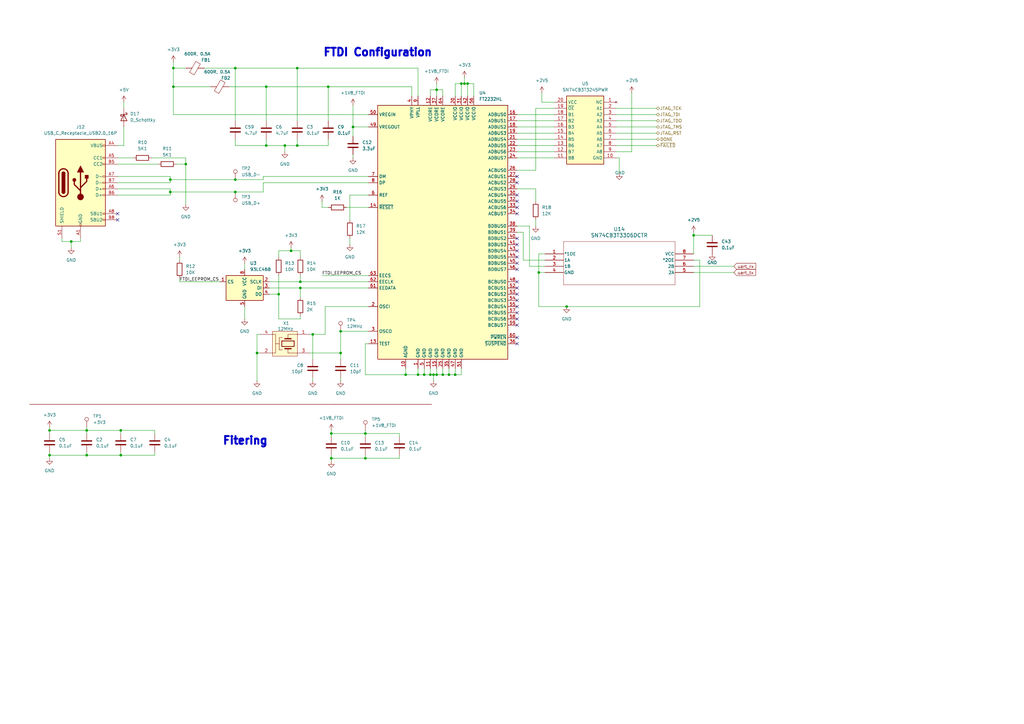
<source format=kicad_sch>
(kicad_sch (version 20250114) (generator "eeschema") (generator_version "9.0")
  (paper "A3")
  (title_block (title "SoM Programmer & Tester") (date "2024-12-20") (rev "0.1") (company "Technische Hochschule Köln") (comment 1 "Felix Sebastian Nitz"))
  (lib_symbols
    (symbol "Connector:TestPoint" (pin_numbers (hide yes)) (pin_names (offset 0.762) (hide yes))
      (property "Reference" "TP" (at 0 6.858 0))
      (property "Value" "TestPoint" (at 0 5.08 0))
      (symbol "TestPoint_1_1"
        (pin passive line (at 0 0 90) (length 2.54) (name "1") (number "1"))
      )
    )
    (symbol "Connector:USB_C_Receptacle_USB2.0_16P" (pin_names (offset 1.016))
      (property "Reference" "J" (at 0 22.225 0))
      (property "Value" "USB_C_Receptacle_USB2.0_16P" (at 0 19.685 0))
      (symbol "USB_C_Receptacle_USB2.0_16P_1_1"
        (pin passive line (at -7.62 -22.86 90) (length 5.08) (name "SHIELD") (number "S1"))
        (pin passive line (at 0 -22.86 90) (length 5.08) (name "GND") (number "A1"))
        (pin passive line (at 0 -22.86 90) (length 5.08) (hide yes) (name "GND") (number "A12"))
        (pin passive line (at 0 -22.86 90) (length 5.08) (hide yes) (name "GND") (number "B1"))
        (pin passive line (at 0 -22.86 90) (length 5.08) (hide yes) (name "GND") (number "B12"))
        (pin passive line (at 15.24 15.24 180) (length 5.08) (name "VBUS") (number "A4"))
        (pin passive line (at 15.24 15.24 180) (length 5.08) (hide yes) (name "VBUS") (number "A9"))
        (pin passive line (at 15.24 15.24 180) (length 5.08) (hide yes) (name "VBUS") (number "B4"))
        (pin passive line (at 15.24 15.24 180) (length 5.08) (hide yes) (name "VBUS") (number "B9"))
        (pin bidirectional line (at 15.24 10.16 180) (length 5.08) (name "CC1") (number "A5"))
        (pin bidirectional line (at 15.24 7.62 180) (length 5.08) (name "CC2") (number "B5"))
        (pin bidirectional line (at 15.24 2.54 180) (length 5.08) (name "D-") (number "A7"))
        (pin bidirectional line (at 15.24 0 180) (length 5.08) (name "D-") (number "B7"))
        (pin bidirectional line (at 15.24 -2.54 180) (length 5.08) (name "D+") (number "A6"))
        (pin bidirectional line (at 15.24 -5.08 180) (length 5.08) (name "D+") (number "B6"))
        (pin bidirectional line (at 15.24 -12.7 180) (length 5.08) (name "SBU1") (number "A8"))
        (pin bidirectional line (at 15.24 -15.24 180) (length 5.08) (name "SBU2") (number "B8"))
      )
    )
    (symbol "Device:C" (pin_numbers (hide yes)) (pin_names (offset 0.254))
      (property "Reference" "C" (at 0.635 2.54 0))
      (property "Value" "C" (at 0.635 -2.54 0))
      (symbol "C_1_1"
        (pin passive line (at 0 3.81 270) (length 2.794) (name "~") (number "1"))
        (pin passive line (at 0 -3.81 90) (length 2.794) (name "~") (number "2"))
      )
    )
    (symbol "Device:D_Schottky" (pin_numbers (hide yes)) (pin_names (offset 1.016) (hide yes))
      (property "Reference" "D" (at 0 2.54 0))
      (property "Value" "D_Schottky" (at 0 -2.54 0))
      (symbol "D_Schottky_1_1"
        (pin passive line (at -3.81 0 0) (length 2.54) (name "K") (number "1"))
        (pin passive line (at 3.81 0 180) (length 2.54) (name "A") (number "2"))
      )
    )
    (symbol "Device:FerriteBead" (pin_numbers (hide yes)) (pin_names (offset 0))
      (property "Reference" "FB" (at -3.81 0.635 90))
      (property "Value" "FerriteBead" (at 3.81 0 90))
      (symbol "FerriteBead_1_1"
        (pin passive line (at 0 3.81 270) (length 2.54) (name "~") (number "1"))
        (pin passive line (at 0 -3.81 90) (length 2.54) (name "~") (number "2"))
      )
    )
    (symbol "Device:R" (pin_numbers (hide yes)) (pin_names (offset 0))
      (property "Reference" "R" (at 2.032 0 90))
      (property "Value" "R" (at 0 0 90))
      (symbol "R_1_1"
        (pin passive line (at 0 3.81 270) (length 1.27) (name "~") (number "1"))
        (pin passive line (at 0 -3.81 90) (length 1.27) (name "~") (number "2"))
      )
    )
    (symbol "Interface_USB:FT2232HL"
      (property "Reference" "U" (at -26.67 53.34 0))
      (property "Value" "FT2232HL" (at 19.05 53.34 0))
      (symbol "FT2232HL_1_1"
        (pin power_in line (at -30.48 48.26 0) (length 3.81) (name "VREGIN") (number "50"))
        (pin power_out line (at -30.48 43.18 0) (length 3.81) (name "VREGOUT") (number "49"))
        (pin bidirectional line (at -30.48 22.86 0) (length 3.81) (name "DM") (number "7"))
        (pin bidirectional line (at -30.48 20.32 0) (length 3.81) (name "DP") (number "8"))
        (pin output line (at -30.48 15.24 0) (length 3.81) (name "REF") (number "6"))
        (pin input line (at -30.48 10.16 0) (length 3.81) (name "~{RESET}") (number "14"))
        (pin output line (at -30.48 -17.78 0) (length 3.81) (name "EECS") (number "63"))
        (pin output line (at -30.48 -20.32 0) (length 3.81) (name "EECLK") (number "62"))
        (pin bidirectional line (at -30.48 -22.86 0) (length 3.81) (name "EEDATA") (number "61"))
        (pin input line (at -30.48 -30.48 0) (length 3.81) (name "OSCI") (number "2"))
        (pin output line (at -30.48 -40.64 0) (length 3.81) (name "OSCO") (number "3"))
        (pin input line (at -30.48 -45.72 0) (length 3.81) (name "TEST") (number "13"))
        (pin power_in line (at -15.24 -55.88 90) (length 3.81) (name "AGND") (number "10"))
        (pin power_in line (at -12.7 55.88 270) (length 3.81) (name "VPHY") (number "4"))
        (pin input line (at -10.16 55.88 270) (length 3.81) (name "VPLL") (number "9"))
        (pin power_in line (at -10.16 -55.88 90) (length 3.81) (name "GND") (number "1"))
        (pin power_in line (at -7.62 -55.88 90) (length 3.81) (name "GND") (number "5"))
        (pin power_in line (at -5.08 55.88 270) (length 3.81) (name "VCORE") (number "12"))
        (pin power_in line (at -5.08 -55.88 90) (length 3.81) (name "GND") (number "11"))
        (pin power_in line (at -2.54 55.88 270) (length 3.81) (name "VCORE") (number "37"))
        (pin power_in line (at -2.54 -55.88 90) (length 3.81) (name "GND") (number "15"))
        (pin power_in line (at 0 55.88 270) (length 3.81) (name "VCORE") (number "64"))
        (pin power_in line (at 0 -55.88 90) (length 3.81) (name "GND") (number "25"))
        (pin power_in line (at 2.54 -55.88 90) (length 3.81) (name "GND") (number "35"))
        (pin power_in line (at 5.08 55.88 270) (length 3.81) (name "VCCIO") (number "20"))
        (pin power_in line (at 5.08 -55.88 90) (length 3.81) (name "GND") (number "47"))
        (pin power_in line (at 7.62 55.88 270) (length 3.81) (name "VCCIO") (number "31"))
        (pin power_in line (at 7.62 -55.88 90) (length 3.81) (name "GND") (number "51"))
        (pin power_in line (at 10.16 55.88 270) (length 3.81) (name "VCCIO") (number "42"))
        (pin power_in line (at 12.7 55.88 270) (length 3.81) (name "VCCIO") (number "56"))
        (pin bidirectional line (at 30.48 48.26 180) (length 3.81) (name "ADBUS0") (number "16"))
        (pin bidirectional line (at 30.48 45.72 180) (length 3.81) (name "ADBUS1") (number "17"))
        (pin bidirectional line (at 30.48 43.18 180) (length 3.81) (name "ADBUS2") (number "18"))
        (pin bidirectional line (at 30.48 40.64 180) (length 3.81) (name "ADBUS3") (number "19"))
        (pin bidirectional line (at 30.48 38.1 180) (length 3.81) (name "ADBUS4") (number "21"))
        (pin bidirectional line (at 30.48 35.56 180) (length 3.81) (name "ADBUS5") (number "22"))
        (pin bidirectional line (at 30.48 33.02 180) (length 3.81) (name "ADBUS6") (number "23"))
        (pin bidirectional line (at 30.48 30.48 180) (length 3.81) (name "ADBUS7") (number "24"))
        (pin bidirectional line (at 30.48 25.4 180) (length 3.81) (name "ACBUS0") (number "26"))
        (pin bidirectional line (at 30.48 22.86 180) (length 3.81) (name "ACBUS1") (number "27"))
        (pin bidirectional line (at 30.48 20.32 180) (length 3.81) (name "ACBUS2") (number "28"))
        (pin bidirectional line (at 30.48 17.78 180) (length 3.81) (name "ACBUS3") (number "29"))
        (pin bidirectional line (at 30.48 15.24 180) (length 3.81) (name "ACBUS4") (number "30"))
        (pin bidirectional line (at 30.48 12.7 180) (length 3.81) (name "ACBUS5") (number "32"))
        (pin bidirectional line (at 30.48 10.16 180) (length 3.81) (name "ACBUS6") (number "33"))
        (pin bidirectional line (at 30.48 7.62 180) (length 3.81) (name "ACBUS7") (number "34"))
        (pin bidirectional line (at 30.48 2.54 180) (length 3.81) (name "BDBUS0") (number "38"))
        (pin bidirectional line (at 30.48 0 180) (length 3.81) (name "BDBUS1") (number "39"))
        (pin bidirectional line (at 30.48 -2.54 180) (length 3.81) (name "BDBUS2") (number "40"))
        (pin bidirectional line (at 30.48 -5.08 180) (length 3.81) (name "BDBUS3") (number "41"))
        (pin bidirectional line (at 30.48 -7.62 180) (length 3.81) (name "BDBUS4") (number "43"))
        (pin bidirectional line (at 30.48 -10.16 180) (length 3.81) (name "BDBUS5") (number "44"))
        (pin bidirectional line (at 30.48 -12.7 180) (length 3.81) (name "BDBUS6") (number "45"))
        (pin bidirectional line (at 30.48 -15.24 180) (length 3.81) (name "BDBUS7") (number "46"))
        (pin bidirectional line (at 30.48 -20.32 180) (length 3.81) (name "BCBUS0") (number "48"))
        (pin bidirectional line (at 30.48 -22.86 180) (length 3.81) (name "BCBUS1") (number "52"))
        (pin bidirectional line (at 30.48 -25.4 180) (length 3.81) (name "BCBUS2") (number "53"))
        (pin bidirectional line (at 30.48 -27.94 180) (length 3.81) (name "BCBUS3") (number "54"))
        (pin bidirectional line (at 30.48 -30.48 180) (length 3.81) (name "BCBUS4") (number "55"))
        (pin bidirectional line (at 30.48 -33.02 180) (length 3.81) (name "BCBUS5") (number "57"))
        (pin bidirectional line (at 30.48 -35.56 180) (length 3.81) (name "BCBUS6") (number "58"))
        (pin bidirectional line (at 30.48 -38.1 180) (length 3.81) (name "BCBUS7") (number "59"))
        (pin output line (at 30.48 -43.18 180) (length 3.81) (name "~{PWREN}") (number "60"))
        (pin output line (at 30.48 -45.72 180) (length 3.81) (name "~{SUSPEND}") (number "36"))
      )
    )
    (symbol "Memory_EEPROM:93LCxxB"
      (property "Reference" "U" (at -7.62 6.35 0))
      (property "Value" "93LCxxB" (at 2.54 -6.35 0))
      (symbol "93LCxxB_1_1"
        (pin input line (at -10.16 2.54 0) (length 2.54) (name "CS") (number "1"))
        (pin no_connect line (at -7.62 0 0) (length 2.54) (hide yes) (name "NC") (number "6"))
        (pin no_connect line (at -7.62 -2.54 0) (length 2.54) (hide yes) (name "NC") (number "7"))
        (pin power_in line (at 0 7.62 270) (length 2.54) (name "VCC") (number "8"))
        (pin power_in line (at 0 -7.62 90) (length 2.54) (name "GND") (number "5"))
        (pin input line (at 10.16 2.54 180) (length 2.54) (name "SCLK") (number "2"))
        (pin input line (at 10.16 0 180) (length 2.54) (name "DI") (number "3"))
        (pin tri_state line (at 10.16 -2.54 180) (length 2.54) (name "DO") (number "4"))
      )
    )
    (symbol "SN74CB3T3306DCTR:SN74CB3T3306DCTR" (pin_names (offset 0.254))
      (property "Reference" "U" (at 30.48 10.16 0))
      (property "Value" "SN74CB3T3306DCTR" (at 30.48 7.62 0))
      (symbol "SN74CB3T3306DCTR_0_1"
        (pin input line (at 0 0 0) (length 7.62) (name "*1OE") (number "1"))
        (pin input line (at 0 -2.54 0) (length 7.62) (name "1A") (number "2"))
        (pin input line (at 0 -5.08 0) (length 7.62) (name "1B") (number "3"))
        (pin power_in line (at 0 -7.62 0) (length 7.62) (name "GND") (number "4"))
        (pin power_in line (at 60.96 0 180) (length 7.62) (name "VCC") (number "8"))
        (pin input line (at 60.96 -2.54 180) (length 7.62) (name "*2OE") (number "7"))
        (pin input line (at 60.96 -5.08 180) (length 7.62) (name "2B") (number "6"))
        (pin input line (at 60.96 -7.62 180) (length 7.62) (name "2A") (number "5"))
      )
    )
    (symbol "ccsom_lib:Crystal_4Pin" (pin_names (offset 0.254))
      (property "Reference" "X" (at 0.762 4.572 0))
      (property "Value" "Crystal_4Pin" (at 6.858 2.286 0))
      (symbol "Crystal_4Pin_1_1"
        (pin passive line (at -5.08 -1.27 0) (length 5.08) (name "") (number "2"))
        (pin passive line (at -5.08 -8.89 0) (length 5.08) (name "") (number "4"))
        (pin passive line (at 15.24 -1.27 180) (length 5.08) (name "") (number "3"))
        (pin passive line (at 15.24 -8.89 180) (length 5.08) (name "") (number "1"))
      )
    )
    (symbol "ccsom_lib:SN74CB3T3245PWR"
      (property "Reference" "U" (at 21.59 7.62 0))
      (property "Value" "SN74CB3T3245PWR" (at 21.59 5.08 0))
      (symbol "SN74CB3T3245PWR_1_1"
        (pin no_connect line (at 0 0 0) (length 5.08) (name "NC") (number "1"))
        (pin passive line (at 0 -2.54 0) (length 5.08) (name "A1") (number "2"))
        (pin passive line (at 0 -5.08 0) (length 5.08) (name "A2") (number "3"))
        (pin passive line (at 0 -7.62 0) (length 5.08) (name "A3") (number "4"))
        (pin passive line (at 0 -10.16 0) (length 5.08) (name "A4") (number "5"))
        (pin passive line (at 0 -12.7 0) (length 5.08) (name "A5") (number "6"))
        (pin passive line (at 0 -15.24 0) (length 5.08) (name "A6") (number "7"))
        (pin passive line (at 0 -17.78 0) (length 5.08) (name "A7") (number "8"))
        (pin passive line (at 0 -20.32 0) (length 5.08) (name "A8") (number "9"))
        (pin passive line (at 0 -22.86 0) (length 5.08) (name "GND") (number "10"))
        (pin passive line (at 25.4 0 180) (length 5.08) (name "VCC") (number "20"))
        (pin passive line (at 25.4 -2.54 180) (length 5.08) (name "~{OE}") (number "19"))
        (pin passive line (at 25.4 -5.08 180) (length 5.08) (name "B1") (number "18"))
        (pin passive line (at 25.4 -7.62 180) (length 5.08) (name "B2") (number "17"))
        (pin passive line (at 25.4 -10.16 180) (length 5.08) (name "B3") (number "16"))
        (pin passive line (at 25.4 -12.7 180) (length 5.08) (name "B4") (number "15"))
        (pin passive line (at 25.4 -15.24 180) (length 5.08) (name "B5") (number "14"))
        (pin passive line (at 25.4 -17.78 180) (length 5.08) (name "B6") (number "13"))
        (pin passive line (at 25.4 -20.32 180) (length 5.08) (name "B7") (number "12"))
        (pin passive line (at 25.4 -22.86 180) (length 5.08) (name "B8") (number "11"))
      )
    )
    (symbol "power:+2V5" (power) (pin_numbers (hide yes)) (pin_names (offset 0) (hide yes))
      (property "Value" "+2V5" (at 0 3.556 0))
      (symbol "+2V5_1_1"
        (pin power_in line (at 0 0 90) (length 0) (name "~") (number "1"))
      )
    )
    (symbol "power:+5C" (power) (pin_numbers (hide yes)) (pin_names (offset 0) (hide yes))
      (property "Value" "+5C" (at 0 3.556 0))
      (symbol "+5C_1_1"
        (pin power_in line (at 0 0 90) (length 0) (name "~") (number "1"))
      )
    )
    (symbol "power:GND" (power) (pin_numbers (hide yes)) (pin_names (offset 0) (hide yes))
      (property "Value" "GND" (at 0 -3.81 0))
      (symbol "GND_1_1"
        (pin power_in line (at 0 0 270) (length 0) (name "~") (number "1"))
      )
    )
  )
  (text "Fitering" (at 100.584 180.848 0) (effects (font (size 3.175 3.175) (thickness 1.27) (bold yes))))
  (text "FTDI Configuration" (at 154.94 21.59 0) (effects (font (size 3.175 3.175) (thickness 1.27) (bold yes))))
  (junction (at 49.53 176.53))
  (junction (at 149.86 177.8))
  (junction (at 49.53 186.69))
  (junction (at 96.52 27.94))
  (junction (at 139.7 144.78))
  (junction (at 109.22 35.56))
  (junction (at 134.62 35.56))
  (junction (at 135.89 177.8))
  (junction (at 144.78 52.07))
  (junction (at 35.56 186.69))
  (junction (at 186.69 153.67))
  (junction (at 119.38 102.87))
  (junction (at 29.21 99.06))
  (junction (at 284.48 96.52))
  (junction (at 166.37 153.67))
  (junction (at 69.85 78.74))
  (junction (at 71.12 35.56))
  (junction (at 121.92 59.69))
  (junction (at 220.98 111.76))
  (junction (at 105.41 144.78))
  (junction (at 179.07 36.83))
  (junction (at 35.56 176.53))
  (junction (at 76.2 67.31))
  (junction (at 116.84 59.69))
  (junction (at 114.3 120.65))
  (junction (at 121.92 27.94))
  (junction (at 128.27 137.16))
  (junction (at 69.85 73.66))
  (junction (at 149.86 187.96))
  (junction (at 191.77 34.29))
  (junction (at 123.19 115.57))
  (junction (at 20.32 186.69))
  (junction (at 190.5 34.29))
  (junction (at 71.12 27.94))
  (junction (at 96.52 73.66))
  (junction (at 179.07 153.67))
  (junction (at 96.52 78.74))
  (junction (at 181.61 153.67))
  (junction (at 232.41 125.73))
  (junction (at 176.53 153.67))
  (junction (at 135.89 187.96))
  (junction (at 20.32 176.53))
  (junction (at 109.22 59.69))
  (junction (at 177.8 153.67))
  (junction (at 171.45 153.67))
  (junction (at 139.7 135.89))
  (junction (at 173.99 153.67))
  (junction (at 184.15 153.67))
  (junction (at 189.23 34.29))
  (junction (at 123.19 118.11))
  (no_connect (at 212.09 102.87))
  (no_connect (at 212.09 140.97))
  (no_connect (at 212.09 110.49))
  (no_connect (at 212.09 74.93))
  (no_connect (at 212.09 123.19))
  (no_connect (at 212.09 107.95))
  (no_connect (at 212.09 133.35))
  (no_connect (at 212.09 100.33))
  (no_connect (at 212.09 118.11))
  (no_connect (at 212.09 138.43))
  (no_connect (at 212.09 97.79))
  (no_connect (at 212.09 80.01))
  (no_connect (at 212.09 72.39))
  (no_connect (at 212.09 125.73))
  (no_connect (at 212.09 120.65))
  (no_connect (at 48.26 87.63))
  (no_connect (at 212.09 82.55))
  (no_connect (at 212.09 115.57))
  (no_connect (at 212.09 85.09))
  (no_connect (at 48.26 90.17))
  (no_connect (at 212.09 128.27))
  (no_connect (at 212.09 87.63))
  (no_connect (at 212.09 105.41))
  (no_connect (at 212.09 130.81))
  (wire (pts (xy 151.13 140.97) (xy 149.86 140.97)))
  (wire (pts (xy 171.45 27.94) (xy 171.45 39.37)))
  (wire (pts (xy 71.12 27.94) (xy 71.12 35.56)))
  (wire (pts (xy 149.86 187.96) (xy 163.83 187.96)))
  (wire (pts (xy 287.02 125.73) (xy 287.02 106.68)))
  (wire (pts (xy 219.71 77.47) (xy 219.71 82.55)))
  (wire (pts (xy 186.69 34.29) (xy 186.69 39.37)))
  (wire (pts (xy 114.3 113.03) (xy 114.3 120.65)))
  (wire (pts (xy 100.33 125.73) (xy 100.33 130.81)))
  (wire (pts (xy 105.41 137.16) (xy 105.41 144.78)))
  (wire (pts (xy 252.73 62.23) (xy 259.08 62.23)))
  (wire (pts (xy 63.5 176.53) (xy 63.5 177.8)))
  (wire (pts (xy 181.61 36.83) (xy 181.61 39.37)))
  (wire (pts (xy 220.98 125.73) (xy 232.41 125.73)))
  (wire (pts (xy 284.48 95.25) (xy 284.48 96.52)))
  (wire (pts (xy 29.21 99.06) (xy 33.02 99.06)))
  (wire (pts (xy 189.23 153.67) (xy 189.23 151.13)))
  (polyline (pts (xy 137.16 165.862) (xy 177.038 165.862)) (stroke (width 0.2) (color 132 0 0 1)))
  (wire (pts (xy 252.73 52.07) (xy 269.24 52.07)))
  (wire (pts (xy 35.56 176.53) (xy 49.53 176.53)))
  (wire (pts (xy 212.09 57.15) (xy 227.33 57.15)))
  (wire (pts (xy 284.48 96.52) (xy 292.1 96.52)))
  (wire (pts (xy 166.37 153.67) (xy 171.45 153.67)))
  (wire (pts (xy 114.3 130.81) (xy 123.19 130.81)))
  (wire (pts (xy 149.86 140.97) (xy 149.86 153.67)))
  (wire (pts (xy 123.19 115.57) (xy 151.13 115.57)))
  (wire (pts (xy 69.85 73.66) (xy 69.85 74.93)))
  (wire (pts (xy 143.51 97.79) (xy 143.51 100.33)))
  (wire (pts (xy 114.3 102.87) (xy 119.38 102.87)))
  (wire (pts (xy 151.13 46.99) (xy 71.12 46.99)))
  (wire (pts (xy 93.98 35.56) (xy 109.22 35.56)))
  (wire (pts (xy 220.98 111.76) (xy 220.98 104.14)))
  (wire (pts (xy 20.32 186.69) (xy 20.32 187.96)))
  (wire (pts (xy 212.09 64.77) (xy 227.33 64.77)))
  (wire (pts (xy 114.3 105.41) (xy 114.3 102.87)))
  (wire (pts (xy 48.26 72.39) (xy 69.85 72.39)))
  (wire (pts (xy 119.38 101.6) (xy 119.38 102.87)))
  (wire (pts (xy 149.86 153.67) (xy 166.37 153.67)))
  (wire (pts (xy 166.37 151.13) (xy 166.37 153.67)))
  (wire (pts (xy 116.84 59.69) (xy 116.84 62.23)))
  (wire (pts (xy 73.66 105.41) (xy 73.66 106.68)))
  (wire (pts (xy 20.32 185.42) (xy 20.32 186.69)))
  (wire (pts (xy 76.2 67.31) (xy 72.39 67.31)))
  (wire (pts (xy 212.09 59.69) (xy 227.33 59.69)))
  (wire (pts (xy 176.53 36.83) (xy 179.07 36.83)))
  (wire (pts (xy 212.09 69.85) (xy 219.71 69.85)))
  (wire (pts (xy 123.19 113.03) (xy 123.19 115.57)))
  (wire (pts (xy 76.2 67.31) (xy 76.2 83.82)))
  (wire (pts (xy 135.89 177.8) (xy 149.86 177.8)))
  (wire (pts (xy 96.52 57.15) (xy 96.52 59.69)))
  (wire (pts (xy 123.19 118.11) (xy 123.19 121.92)))
  (wire (pts (xy 186.69 153.67) (xy 189.23 153.67)))
  (wire (pts (xy 144.78 43.18) (xy 144.78 52.07)))
  (wire (pts (xy 284.48 109.22) (xy 300.99 109.22)))
  (wire (pts (xy 219.71 90.17) (xy 219.71 92.71)))
  (wire (pts (xy 139.7 135.89) (xy 139.7 144.78)))
  (wire (pts (xy 151.13 72.39) (xy 107.95 72.39)))
  (wire (pts (xy 252.73 46.99) (xy 269.24 46.99)))
  (wire (pts (xy 284.48 111.76) (xy 300.99 111.76)))
  (wire (pts (xy 190.5 34.29) (xy 189.23 34.29)))
  (wire (pts (xy 49.53 176.53) (xy 63.5 176.53)))
  (wire (pts (xy 179.07 36.83) (xy 181.61 36.83)))
  (wire (pts (xy 20.32 177.8) (xy 20.32 176.53)))
  (wire (pts (xy 49.53 185.42) (xy 49.53 186.69)))
  (wire (pts (xy 222.25 38.1) (xy 222.25 41.91)))
  (wire (pts (xy 191.77 34.29) (xy 190.5 34.29)))
  (wire (pts (xy 176.53 39.37) (xy 176.53 36.83)))
  (wire (pts (xy 144.78 52.07) (xy 144.78 55.88)))
  (wire (pts (xy 96.52 27.94) (xy 96.52 49.53)))
  (wire (pts (xy 50.8 44.45) (xy 50.8 41.91)))
  (wire (pts (xy 135.89 186.69) (xy 135.89 187.96)))
  (wire (pts (xy 109.22 35.56) (xy 134.62 35.56)))
  (wire (pts (xy 259.08 38.1) (xy 259.08 62.23)))
  (wire (pts (xy 212.09 49.53) (xy 227.33 49.53)))
  (wire (pts (xy 107.95 73.66) (xy 96.52 73.66)))
  (wire (pts (xy 133.35 125.73) (xy 151.13 125.73)))
  (wire (pts (xy 184.15 151.13) (xy 184.15 153.67)))
  (wire (pts (xy 252.73 49.53) (xy 269.24 49.53)))
  (wire (pts (xy 163.83 187.96) (xy 163.83 186.69)))
  (wire (pts (xy 220.98 104.14) (xy 223.52 104.14)))
  (wire (pts (xy 121.92 59.69) (xy 134.62 59.69)))
  (wire (pts (xy 220.98 125.73) (xy 220.98 111.76)))
  (wire (pts (xy 212.09 62.23) (xy 227.33 62.23)))
  (wire (pts (xy 25.4 97.79) (xy 25.4 99.06)))
  (wire (pts (xy 73.66 115.57) (xy 90.17 115.57)))
  (wire (pts (xy 109.22 35.56) (xy 109.22 49.53)))
  (wire (pts (xy 149.86 177.8) (xy 163.83 177.8)))
  (wire (pts (xy 96.52 59.69) (xy 109.22 59.69)))
  (wire (pts (xy 189.23 34.29) (xy 189.23 39.37)))
  (wire (pts (xy 109.22 59.69) (xy 116.84 59.69)))
  (wire (pts (xy 76.2 64.77) (xy 76.2 67.31)))
  (wire (pts (xy 135.89 179.07) (xy 135.89 177.8)))
  (wire (pts (xy 76.2 64.77) (xy 62.23 64.77)))
  (wire (pts (xy 254 64.77) (xy 252.73 64.77)))
  (wire (pts (xy 83.82 27.94) (xy 96.52 27.94)))
  (wire (pts (xy 50.8 59.69) (xy 50.8 52.07)))
  (wire (pts (xy 144.78 52.07) (xy 151.13 52.07)))
  (wire (pts (xy 189.23 34.29) (xy 186.69 34.29)))
  (wire (pts (xy 171.45 153.67) (xy 173.99 153.67)))
  (wire (pts (xy 176.53 151.13) (xy 176.53 153.67)))
  (wire (pts (xy 184.15 153.67) (xy 186.69 153.67)))
  (wire (pts (xy 116.84 59.69) (xy 121.92 59.69)))
  (wire (pts (xy 71.12 25.4) (xy 71.12 27.94)))
  (wire (pts (xy 217.17 92.71) (xy 217.17 109.22)))
  (wire (pts (xy 20.32 175.26) (xy 20.32 176.53)))
  (wire (pts (xy 20.32 176.53) (xy 35.56 176.53)))
  (wire (pts (xy 132.08 113.03) (xy 151.13 113.03)))
  (wire (pts (xy 133.35 125.73) (xy 133.35 137.16)))
  (wire (pts (xy 149.86 177.8) (xy 149.86 179.07)))
  (wire (pts (xy 69.85 78.74) (xy 69.85 80.01)))
  (wire (pts (xy 135.89 187.96) (xy 149.86 187.96)))
  (wire (pts (xy 107.95 74.93) (xy 151.13 74.93)))
  (wire (pts (xy 144.78 63.5) (xy 144.78 64.77)))
  (wire (pts (xy 171.45 151.13) (xy 171.45 153.67)))
  (wire (pts (xy 227.33 41.91) (xy 222.25 41.91)))
  (wire (pts (xy 128.27 137.16) (xy 128.27 147.32)))
  (wire (pts (xy 123.19 118.11) (xy 151.13 118.11)))
  (wire (pts (xy 194.31 34.29) (xy 191.77 34.29)))
  (wire (pts (xy 212.09 92.71) (xy 217.17 92.71)))
  (wire (pts (xy 106.68 137.16) (xy 105.41 137.16)))
  (wire (pts (xy 287.02 106.68) (xy 284.48 106.68)))
  (wire (pts (xy 35.56 176.53) (xy 35.56 177.8)))
  (wire (pts (xy 132.08 82.55) (xy 132.08 85.09)))
  (wire (pts (xy 219.71 69.85) (xy 219.71 44.45)))
  (wire (pts (xy 220.98 111.76) (xy 223.52 111.76)))
  (wire (pts (xy 134.62 85.09) (xy 132.08 85.09)))
  (wire (pts (xy 110.49 115.57) (xy 123.19 115.57)))
  (wire (pts (xy 107.95 73.66) (xy 107.95 72.39)))
  (wire (pts (xy 143.51 90.17) (xy 143.51 80.01)))
  (wire (pts (xy 139.7 147.32) (xy 139.7 144.78)))
  (wire (pts (xy 105.41 144.78) (xy 106.68 144.78)))
  (wire (pts (xy 100.33 107.95) (xy 100.33 110.49)))
  (wire (pts (xy 127 144.78) (xy 139.7 144.78)))
  (wire (pts (xy 123.19 130.81) (xy 123.19 129.54)))
  (wire (pts (xy 254 71.12) (xy 254 64.77)))
  (wire (pts (xy 114.3 120.65) (xy 110.49 120.65)))
  (wire (pts (xy 177.8 153.67) (xy 179.07 153.67)))
  (wire (pts (xy 107.95 78.74) (xy 107.95 74.93)))
  (wire (pts (xy 69.85 77.47) (xy 69.85 78.74)))
  (wire (pts (xy 96.52 27.94) (xy 121.92 27.94)))
  (wire (pts (xy 110.49 118.11) (xy 123.19 118.11)))
  (wire (pts (xy 149.86 176.53) (xy 149.86 177.8)))
  (wire (pts (xy 219.71 44.45) (xy 227.33 44.45)))
  (wire (pts (xy 48.26 80.01) (xy 69.85 80.01)))
  (wire (pts (xy 177.8 153.67) (xy 177.8 156.21)))
  (wire (pts (xy 173.99 151.13) (xy 173.99 153.67)))
  (wire (pts (xy 181.61 151.13) (xy 181.61 153.67)))
  (wire (pts (xy 119.38 102.87) (xy 123.19 102.87)))
  (wire (pts (xy 121.92 57.15) (xy 121.92 59.69)))
  (wire (pts (xy 121.92 27.94) (xy 121.92 49.53)))
  (wire (pts (xy 190.5 34.29) (xy 190.5 31.75)))
  (wire (pts (xy 69.85 78.74) (xy 96.52 78.74)))
  (wire (pts (xy 217.17 109.22) (xy 223.52 109.22)))
  (wire (pts (xy 128.27 156.21) (xy 128.27 154.94)))
  (wire (pts (xy 109.22 57.15) (xy 109.22 59.69)))
  (wire (pts (xy 163.83 177.8) (xy 163.83 179.07)))
  (wire (pts (xy 121.92 27.94) (xy 171.45 27.94)))
  (wire (pts (xy 143.51 80.01) (xy 151.13 80.01)))
  (wire (pts (xy 186.69 151.13) (xy 186.69 153.67)))
  (wire (pts (xy 179.07 36.83) (xy 179.07 39.37)))
  (wire (pts (xy 149.86 186.69) (xy 149.86 187.96)))
  (wire (pts (xy 48.26 59.69) (xy 50.8 59.69)))
  (wire (pts (xy 191.77 34.29) (xy 191.77 39.37)))
  (wire (pts (xy 63.5 186.69) (xy 63.5 185.42)))
  (wire (pts (xy 252.73 54.61) (xy 269.24 54.61)))
  (wire (pts (xy 96.52 73.66) (xy 69.85 73.66)))
  (wire (pts (xy 69.85 72.39) (xy 69.85 73.66)))
  (wire (pts (xy 71.12 27.94) (xy 76.2 27.94)))
  (wire (pts (xy 134.62 59.69) (xy 134.62 57.15)))
  (wire (pts (xy 212.09 52.07) (xy 227.33 52.07)))
  (wire (pts (xy 179.07 151.13) (xy 179.07 153.67)))
  (wire (pts (xy 134.62 35.56) (xy 134.62 49.53)))
  (wire (pts (xy 123.19 102.87) (xy 123.19 105.41)))
  (wire (pts (xy 135.89 187.96) (xy 135.89 189.23)))
  (wire (pts (xy 212.09 46.99) (xy 227.33 46.99)))
  (wire (pts (xy 151.13 135.89) (xy 139.7 135.89)))
  (wire (pts (xy 48.26 64.77) (xy 54.61 64.77)))
  (wire (pts (xy 29.21 101.6) (xy 29.21 99.06)))
  (wire (pts (xy 252.73 59.69) (xy 269.24 59.69)))
  (wire (pts (xy 71.12 35.56) (xy 86.36 35.56)))
  (wire (pts (xy 212.09 54.61) (xy 227.33 54.61)))
  (wire (pts (xy 232.41 125.73) (xy 287.02 125.73)))
  (wire (pts (xy 179.07 153.67) (xy 181.61 153.67)))
  (wire (pts (xy 33.02 99.06) (xy 33.02 97.79)))
  (wire (pts (xy 25.4 99.06) (xy 29.21 99.06)))
  (wire (pts (xy 35.56 186.69) (xy 49.53 186.69)))
  (wire (pts (xy 48.26 77.47) (xy 69.85 77.47)))
  (wire (pts (xy 96.52 78.74) (xy 107.95 78.74)))
  (wire (pts (xy 168.91 35.56) (xy 168.91 39.37)))
  (wire (pts (xy 35.56 175.26) (xy 35.56 176.53)))
  (wire (pts (xy 181.61 153.67) (xy 184.15 153.67)))
  (wire (pts (xy 35.56 185.42) (xy 35.56 186.69)))
  (wire (pts (xy 49.53 186.69) (xy 63.5 186.69)))
  (wire (pts (xy 214.63 106.68) (xy 223.52 106.68)))
  (wire (pts (xy 194.31 39.37) (xy 194.31 34.29)))
  (wire (pts (xy 48.26 74.93) (xy 69.85 74.93)))
  (wire (pts (xy 284.48 96.52) (xy 284.48 104.14)))
  (wire (pts (xy 105.41 144.78) (xy 105.41 156.21)))
  (wire (pts (xy 176.53 153.67) (xy 177.8 153.67)))
  (wire (pts (xy 48.26 67.31) (xy 64.77 67.31)))
  (wire (pts (xy 252.73 57.15) (xy 269.24 57.15)))
  (wire (pts (xy 139.7 154.94) (xy 139.7 156.21)))
  (wire (pts (xy 127 137.16) (xy 128.27 137.16)))
  (wire (pts (xy 49.53 176.53) (xy 49.53 177.8)))
  (wire (pts (xy 128.27 137.16) (xy 133.35 137.16)))
  (polyline (pts (xy 12.192 165.862) (xy 137.16 165.862)) (stroke (width 0.2) (color 132 0 0 1)))
  (wire (pts (xy 73.66 114.3) (xy 73.66 115.57)))
  (wire (pts (xy 173.99 153.67) (xy 176.53 153.67)))
  (wire (pts (xy 142.24 85.09) (xy 151.13 85.09)))
  (wire (pts (xy 214.63 95.25) (xy 214.63 106.68)))
  (wire (pts (xy 214.63 95.25) (xy 212.09 95.25)))
  (wire (pts (xy 114.3 120.65) (xy 114.3 130.81)))
  (wire (pts (xy 252.73 44.45) (xy 269.24 44.45)))
  (wire (pts (xy 212.09 77.47) (xy 219.71 77.47)))
  (wire (pts (xy 134.62 35.56) (xy 168.91 35.56)))
  (wire (pts (xy 135.89 176.53) (xy 135.89 177.8)))
  (wire (pts (xy 179.07 34.29) (xy 179.07 36.83)))
  (wire (pts (xy 20.32 186.69) (xy 35.56 186.69)))
  (wire (pts (xy 71.12 46.99) (xy 71.12 35.56)))
  (label "FTDI_EEPROM_CS" (at 132.08 113.03 0))
  (label "FTDI_EEPROM_CS" (at 73.66 115.57 0))
  (global_label "uart_tx" (shape input) (at 300.99 111.76 0) (property "Intersheetrefs" "${INTERSHEET_REFS}" (effects (hide yes))))
  (global_label "uart_rx" (shape input) (at 300.99 109.22 0) (property "Intersheetrefs" "${INTERSHEET_REFS}" (effects (hide yes))))
  (hierarchical_label "JTAG_RST" (shape bidirectional) (at 269.24 54.61 0))
  (hierarchical_label "JTAG_TMS" (shape bidirectional) (at 269.24 52.07 0))
  (hierarchical_label "JTAG_TDO" (shape bidirectional) (at 269.24 49.53 0))
  (hierarchical_label "JTAG_TCK" (shape bidirectional) (at 269.24 44.45 0))
  (hierarchical_label "~{FAILED}" (shape bidirectional) (at 269.24 59.69 0))
  (hierarchical_label "DONE" (shape bidirectional) (at 269.24 57.15 0))
  (hierarchical_label "JTAG_TDI" (shape bidirectional) (at 269.24 46.99 0))
  (symbol (lib_id "Device:R") (at 219.71 86.36 0) (unit 1)
    (property "Reference" "R18" (at 222.25 85.0899 0) (effects (justify left)))
    (property "Value" "12K" (at 222.25 87.6299 0) (effects (justify left)))
    (property "Footprint" "Resistor_SMD:R_0603_1608Metric" (effects (hide yes)))
    (property "Description" "Resistor" (effects (hide yes)))
    (property "Mouser Part Number" "71-CRCW0603-12K-E3" (effects (hide yes)))
  )
  (symbol (lib_id "Device:C") (at 63.5 181.61 0) (unit 1)
    (property "Reference" "C4" (at 67.31 180.3399 0) (effects (justify left)))
    (property "Value" "0.1uF" (at 67.31 182.8799 0) (effects (justify left)))
    (property "Footprint" "Capacitor_SMD:C_0603_1608Metric" (effects (hide yes)))
    (property "Description" "Unpolarized capacitor" (effects (hide yes)))
    (property "Mouser Part Number" "80-C0603C104M4R7411" (effects (hide yes)))
  )
  (symbol (lib_id "Device:C") (at 135.89 182.88 0) (unit 1)
    (property "Reference" "C10" (at 139.7 181.6099 0) (effects (justify left)))
    (property "Value" "0.1uF" (at 139.7 184.1499 0) (effects (justify left)))
    (property "Footprint" "Capacitor_SMD:C_0603_1608Metric" (effects (hide yes)))
    (property "Description" "Unpolarized capacitor" (effects (hide yes)))
    (property "Mouser Part Number" "80-C0603C104M4R7411" (effects (hide yes)))
  )
  (symbol (lib_id "power:+2V5") (at 259.08 38.1 0) (unit 1)
    (property "Reference" "#PWR081" (effects (hide yes)))
    (property "Value" "+2V5" (at 259.08 33.02 0))
    (property "Description" "Power symbol creates a global label with name \"+2V5\"" (effects (hide yes)))
  )
  (symbol (lib_id "power:GND") (at 139.7 156.21 0) (unit 1)
    (property "Reference" "#PWR071" (effects (hide yes)))
    (property "Value" "GND" (at 139.7 161.29 0))
    (property "Description" "Power symbol creates a global label with name \"GND\" , ground" (effects (hide yes)))
  )
  (symbol (lib_id "Connector:TestPoint") (at 96.52 73.66 0) (unit 1) (in_bom no)
    (property "Reference" "TP2" (at 99.06 69.0879 0) (effects (justify left)))
    (property "Value" "USB_D-" (at 99.06 71.6279 0) (effects (justify left)))
    (property "Footprint" "TestPoint:TestPoint_Pad_D1.5mm" (effects (hide yes)))
    (property "Description" "test point" (effects (hide yes)))
  )
  (symbol (lib_id "Connector:TestPoint") (at 139.7 135.89 0) (unit 1) (in_bom no)
    (property "Reference" "TP4" (at 142.24 131.3179 0) (effects (justify left)))
    (property "Value" "12MHz" (at 142.24 133.8579 0) (effects (justify left)))
    (property "Footprint" "TestPoint:TestPoint_Pad_D1.5mm" (effects (hide yes)))
    (property "Description" "test point" (effects (hide yes)))
  )
  (symbol (lib_id "Connector:USB_C_Receptacle_USB2.0_16P") (at 33.02 74.93 0) (unit 1)
    (property "Reference" "J12" (at 33.02 52.07 0))
    (property "Value" "USB_C_Receptacle_USB2.0_16P" (at 33.02 54.61 0))
    (property "Footprint" "Connector_USB:USB_C_Receptacle_GCT_USB4110" (effects (hide yes)))
    (property "Datasheet" "https://www.usb.org/sites/default/files/documents/usb_type-c.zip" (effects (hide yes)))
    (property "Description" "USB 2.0-only 16P Type-C Receptacle connector" (effects (hide yes)))
    (property "Mouser Part Number" "640-USB4110-GF-A" (effects (hide yes)))
  )
  (symbol (lib_id "Device:C") (at 128.27 151.13 0) (mirror y) (unit 1)
    (property "Reference" "C8" (at 124.46 149.8599 0) (effects (justify left)))
    (property "Value" "10pF" (at 124.46 152.3999 0) (effects (justify left)))
    (property "Footprint" "Capacitor_SMD:C_0603_1608Metric" (effects (hide yes)))
    (property "Description" "Unpolarized capacitor" (effects (hide yes)))
    (property "Mouser Part Number" "581-0603YA100JAT2A" (effects (hide yes)))
  )
  (symbol (lib_id "power:+2V5") (at 222.25 38.1 0) (mirror y) (unit 1)
    (property "Reference" "#PWR079" (effects (hide yes)))
    (property "Value" "+2V5" (at 222.25 33.02 0))
    (property "Description" "Power symbol creates a global label with name \"+2V5\"" (effects (hide yes)))
  )
  (symbol (lib_id "power:GND") (at 105.41 156.21 0) (unit 1)
    (property "Reference" "#PWR064" (effects (hide yes)))
    (property "Value" "GND" (at 105.41 161.29 0))
    (property "Description" "Power symbol creates a global label with name \"GND\" , ground" (effects (hide yes)))
  )
  (symbol (lib_id "power:GND") (at 29.21 101.6 0) (unit 1)
    (property "Reference" "#PWR057" (effects (hide yes)))
    (property "Value" "GND" (at 29.21 106.68 0))
    (property "Description" "Power symbol creates a global label with name \"GND\" , ground" (effects (hide yes)))
  )
  (symbol (lib_id "Device:C") (at 163.83 182.88 0) (unit 1)
    (property "Reference" "C14" (at 167.64 181.6099 0) (effects (justify left)))
    (property "Value" "0.1uF" (at 167.64 184.1499 0) (effects (justify left)))
    (property "Footprint" "Capacitor_SMD:C_0603_1608Metric" (effects (hide yes)))
    (property "Description" "Unpolarized capacitor" (effects (hide yes)))
    (property "Mouser Part Number" "80-C0603C104M4R7411" (effects (hide yes)))
  )
  (symbol (lib_id "Connector:TestPoint") (at 96.52 78.74 180) (unit 1) (in_bom no)
    (property "Reference" "TP3" (at 99.06 80.7719 0) (effects (justify right)))
    (property "Value" "USB_D+" (at 99.06 83.3119 0) (effects (justify right)))
    (property "Footprint" "TestPoint:TestPoint_Pad_D1.5mm" (effects (hide yes)))
    (property "Description" "test point" (effects (hide yes)))
  )
  (symbol (lib_id "Device:C") (at 121.92 53.34 0) (unit 1)
    (property "Reference" "C3" (at 125.73 52.0699 0) (effects (justify left)))
    (property "Value" "0.1uF" (at 125.73 54.6099 0) (effects (justify left)))
    (property "Footprint" "Capacitor_SMD:C_0603_1608Metric" (effects (hide yes)))
    (property "Description" "Unpolarized capacitor" (effects (hide yes)))
    (property "Mouser Part Number" "80-C0603C104M4R7411" (effects (hide yes)))
  )
  (symbol (lib_id "Device:C") (at 292.1 100.33 180) (unit 1)
    (property "Reference" "C43" (at 295.91 99.0599 0) (effects (justify right)))
    (property "Value" "0.1uF" (at 295.91 101.5999 0) (effects (justify right)))
    (property "Footprint" "Capacitor_SMD:C_0603_1608Metric" (effects (hide yes)))
    (property "Description" "Unpolarized capacitor" (effects (hide yes)))
    (property "Mouser Part Number" "80-C0603C104M4R7411" (effects (hide yes)))
  )
  (symbol (lib_id "power:+5C") (at 50.8 41.91 0) (unit 1)
    (property "Reference" "#PWR058" (effects (hide yes)))
    (property "Value" "+5V" (at 50.8 36.83 0))
    (property "Description" "Power symbol creates a global label with name \"+5C\"" (effects (hide yes)))
  )
  (symbol (lib_id "Device:C") (at 35.56 181.61 0) (unit 1)
    (property "Reference" "C2" (at 39.37 180.3399 0) (effects (justify left)))
    (property "Value" "0.1uF" (at 39.37 182.8799 0) (effects (justify left)))
    (property "Footprint" "Capacitor_SMD:C_0603_1608Metric" (effects (hide yes)))
    (property "Description" "Unpolarized capacitor" (effects (hide yes)))
    (property "Mouser Part Number" "80-C0603C104M4R7411" (effects (hide yes)))
  )
  (symbol (lib_id "power:+5C") (at 100.33 107.95 0) (unit 1)
    (property "Reference" "#PWR062" (effects (hide yes)))
    (property "Value" "+3V3" (at 100.33 102.87 0))
    (property "Description" "Power symbol creates a global label with name \"+5C\"" (effects (hide yes)))
  )
  (symbol (lib_id "Device:R") (at 73.66 110.49 0) (unit 1)
    (property "Reference" "R12" (at 76.2 109.2199 0) (effects (justify left)))
    (property "Value" "10K" (at 76.2 111.7599 0) (effects (justify left)))
    (property "Footprint" "Resistor_SMD:R_0603_1608Metric" (effects (hide yes)))
    (property "Description" "Resistor" (effects (hide yes)))
    (property "Mouser Part Number" "71-CRCW060310K0FKED" (effects (hide yes)))
  )
  (symbol (lib_id "Device:R") (at 58.42 64.77 90) (unit 1)
    (property "Reference" "R10" (at 58.42 58.42 90))
    (property "Value" "5K1" (at 58.42 60.96 90))
    (property "Footprint" "Resistor_SMD:R_0603_1608Metric" (effects (hide yes)))
    (property "Description" "Resistor" (effects (hide yes)))
    (property "Mouser Part Number" "71-RCS060356K0FKEA" (effects (hide yes)))
  )
  (symbol (lib_id "Device:C") (at 134.62 53.34 0) (unit 1)
    (property "Reference" "C9" (at 138.43 52.0699 0) (effects (justify left)))
    (property "Value" "0.1uF" (at 138.43 54.6099 0) (effects (justify left)))
    (property "Footprint" "Capacitor_SMD:C_0603_1608Metric" (effects (hide yes)))
    (property "Description" "Unpolarized capacitor" (effects (hide yes)))
    (property "Mouser Part Number" "80-C0603C104M4R7411" (effects (hide yes)))
  )
  (symbol (lib_id "Device:C") (at 149.86 182.88 0) (unit 1)
    (property "Reference" "C13" (at 153.67 181.6099 0) (effects (justify left)))
    (property "Value" "0.1uF" (at 153.67 184.1499 0) (effects (justify left)))
    (property "Footprint" "Capacitor_SMD:C_0603_1608Metric" (effects (hide yes)))
    (property "Description" "Unpolarized capacitor" (effects (hide yes)))
    (property "Mouser Part Number" "80-C0603C104M4R7411" (effects (hide yes)))
  )
  (symbol (lib_id "Device:R") (at 138.43 85.09 90) (unit 1)
    (property "Reference" "R16" (at 138.43 78.74 90))
    (property "Value" "1K" (at 138.43 81.28 90))
    (property "Footprint" "Resistor_SMD:R_0603_1608Metric" (effects (hide yes)))
    (property "Description" "Resistor" (effects (hide yes)))
    (property "Mouser Part Number" "71-CRCW0603-1.0K-E3" (effects (hide yes)))
  )
  (symbol (lib_id "Device:C") (at 144.78 59.69 0) (unit 1)
    (property "Reference" "C12" (at 148.59 58.4199 0) (effects (justify left)))
    (property "Value" "3.3uF" (at 148.59 60.9599 0) (effects (justify left)))
    (property "Footprint" "Capacitor_SMD:C_0603_1608Metric" (effects (hide yes)))
    (property "Description" "Unpolarized capacitor" (effects (hide yes)))
    (property "Mouser Part Number" "810-C1608X5R1C335KAC" (effects (hide yes)))
  )
  (symbol (lib_id "power:GND") (at 20.32 187.96 0) (unit 1)
    (property "Reference" "#PWR056" (effects (hide yes)))
    (property "Value" "GND" (at 20.32 193.04 0))
    (property "Description" "Power symbol creates a global label with name \"GND\" , ground" (effects (hide yes)))
  )
  (symbol (lib_id "power:+5C") (at 144.78 43.18 0) (unit 1)
    (property "Reference" "#PWR073" (effects (hide yes)))
    (property "Value" "+1V8_FTDI" (at 144.78 38.1 0))
    (property "Description" "Power symbol creates a global label with name \"+5C\"" (effects (hide yes)))
  )
  (symbol (lib_id "power:+5C") (at 119.38 101.6 0) (unit 1)
    (property "Reference" "#PWR066" (effects (hide yes)))
    (property "Value" "+3V3" (at 119.38 96.52 0))
    (property "Description" "Power symbol creates a global label with name \"+5C\"" (effects (hide yes)))
  )
  (symbol (lib_id "power:GND") (at 143.51 100.33 0) (unit 1)
    (property "Reference" "#PWR072" (effects (hide yes)))
    (property "Value" "GND" (at 143.51 105.41 0))
    (property "Description" "Power symbol creates a global label with name \"GND\" , ground" (effects (hide yes)))
  )
  (symbol (lib_id "Device:D_Schottky") (at 50.8 48.26 270) (unit 1)
    (property "Reference" "D17" (at 53.34 46.6724 90) (effects (justify left)))
    (property "Value" "D_Schottky" (at 53.34 49.2124 90) (effects (justify left)))
    (property "Footprint" "Diode_SMD:D_0402_1005Metric_Pad0.77x0.64mm_HandSolder" (effects (hide yes)))
    (property "Description" "Schottky diode" (effects (hide yes)))
  )
  (symbol (lib_id "SN74CB3T3306DCTR:SN74CB3T3306DCTR") (at 223.52 104.14 0) (unit 1)
    (property "Reference" "U14" (at 254 93.98 0) (effects (font (size 1.524 1.524))))
    (property "Value" "SN74CB3T3306DCTR" (at 254 96.52 0) (effects (font (size 1.524 1.524))))
    (property "Footprint" "SN74CB3T3306DCTR:DCT8" (effects (hide yes)))
    (property "Datasheet" "https://www.ti.com/lit/gpn/sn74cb3t3306" (effects (hide yes)))
  )
  (symbol (lib_id "power:+5C") (at 135.89 176.53 0) (unit 1)
    (property "Reference" "#PWR069" (effects (hide yes)))
    (property "Value" "+1V8_FTDI" (at 135.89 171.45 0))
    (property "Description" "Power symbol creates a global label with name \"+5C\"" (effects (hide yes)))
  )
  (symbol (lib_id "power:+5C") (at 190.5 31.75 0) (unit 1)
    (property "Reference" "#PWR077" (effects (hide yes)))
    (property "Value" "+3V3" (at 190.5 26.67 0))
    (property "Description" "Power symbol creates a global label with name \"+5C\"" (effects (hide yes)))
  )
  (symbol (lib_id "Device:FerriteBead") (at 90.17 35.56 90) (unit 1)
    (property "Reference" "FB2" (at 94.488 32.004 90) (effects (justify left)))
    (property "Value" "600R, 0.5A" (at 94.488 29.464 90) (effects (justify left)))
    (property "Footprint" "Inductor_SMD:L_0603_1608Metric" (effects (hide yes)))
    (property "Description" "Ferrite bead" (effects (hide yes)))
    (property "Mouser Part Number" "810-MMZ1608R601ATD25" (effects (hide yes)))
  )
  (symbol (lib_id "power:GND") (at 232.41 125.73 0) (unit 1)
    (property "Reference" "#PWR0137" (effects (hide yes)))
    (property "Value" "GND" (at 232.41 130.81 0))
    (property "Description" "Power symbol creates a global label with name \"GND\" , ground" (effects (hide yes)))
  )
  (symbol (lib_id "power:GND") (at 135.89 189.23 0) (unit 1)
    (property "Reference" "#PWR070" (effects (hide yes)))
    (property "Value" "GND" (at 135.89 194.31 0))
    (property "Description" "Power symbol creates a global label with name \"GND\" , ground" (effects (hide yes)))
  )
  (symbol (lib_id "Device:R") (at 68.58 67.31 270) (unit 1)
    (property "Reference" "R11" (at 68.58 60.96 90))
    (property "Value" "5K1" (at 68.58 63.5 90))
    (property "Footprint" "Resistor_SMD:R_0603_1608Metric" (effects (hide yes)))
    (property "Description" "Resistor" (effects (hide yes)))
    (property "Mouser Part Number" "71-RCS060356K0FKEA" (effects (hide yes)))
  )
  (symbol (lib_id "power:+5C") (at 73.66 105.41 0) (unit 1)
    (property "Reference" "#PWR060" (effects (hide yes)))
    (property "Value" "+3V3" (at 73.66 100.33 0))
    (property "Description" "Power symbol creates a global label with name \"+5C\"" (effects (hide yes)))
  )
  (symbol (lib_id "Device:C") (at 20.32 181.61 0) (unit 1)
    (property "Reference" "C5" (at 24.13 180.3399 0) (effects (justify left)))
    (property "Value" "0.1uF" (at 24.13 182.8799 0) (effects (justify left)))
    (property "Footprint" "Capacitor_SMD:C_0603_1608Metric" (effects (hide yes)))
    (property "Description" "Unpolarized capacitor" (effects (hide yes)))
    (property "Mouser Part Number" "80-C0603C104M4R7411" (effects (hide yes)))
  )
  (symbol (lib_id "Device:R") (at 114.3 109.22 0) (unit 1)
    (property "Reference" "R13" (at 116.84 107.9499 0) (effects (justify left)))
    (property "Value" "10K" (at 116.84 110.4899 0) (effects (justify left)))
    (property "Footprint" "Resistor_SMD:R_0603_1608Metric" (effects (hide yes)))
    (property "Description" "Resistor" (effects (hide yes)))
    (property "Mouser Part Number" "71-CRCW060310K0FKED" (effects (hide yes)))
  )
  (symbol (lib_id "Device:R") (at 123.19 125.73 0) (unit 1)
    (property "Reference" "R15" (at 125.73 124.4599 0) (effects (justify left)))
    (property "Value" "2K" (at 125.73 126.9999 0) (effects (justify left)))
    (property "Footprint" "Resistor_SMD:R_0603_1608Metric" (effects (hide yes)))
    (property "Description" "Resistor" (effects (hide yes)))
    (property "Mouser Part Number" "71-TNPW06032K00FHEA" (effects (hide yes)))
  )
  (symbol (lib_id "Memory_EEPROM:93LCxxB") (at 100.33 118.11 0) (unit 1)
    (property "Reference" "U3" (at 102.5241 107.95 0) (effects (justify left)))
    (property "Value" "93LC46B" (at 102.5241 110.49 0) (effects (justify left)))
    (property "Footprint" "Package_SO:TSSOP-8_4.4x3mm_P0.65mm" (effects (hide yes)))
    (property "Datasheet" "http://ww1.microchip.com/downloads/en/DeviceDoc/20001749K.pdf" (effects (hide yes)))
    (property "Description" "Serial EEPROM, 93 Series, 2.5V, DIP-8/SOIC-8" (effects (hide yes)))
    (property "Mouser Part Number" "579-93LC46BT-E/ST" (effects (hide yes)))
  )
  (symbol (lib_id "power:GND") (at 144.78 64.77 0) (unit 1)
    (property "Reference" "#PWR074" (effects (hide yes)))
    (property "Value" "GND" (at 144.78 69.85 0))
    (property "Description" "Power symbol creates a global label with name \"GND\" , ground" (effects (hide yes)))
  )
  (symbol (lib_id "ccsom_lib:Crystal_4Pin") (at 111.76 146.05 0) (mirror x) (unit 1)
    (property "Reference" "X1" (at 117.348 132.588 0))
    (property "Value" "12MHz" (at 117.094 134.874 0))
    (property "Footprint" "Crystal:Crystal_SMD_Abracon_ABM3B-4Pin_5.0x3.2mm" (effects (hide yes)))
    (property "Datasheet" "7M-25.000MAAJ-T" (effects (hide yes)))
    (property "Description" "Four pin crystal, GND on pins 2 and 4" (effects (hide yes)))
    (property "Mouser Part Number" "815-ABM3B-12-T" (effects (hide yes)))
  )
  (symbol (lib_id "Connector:TestPoint") (at 149.86 176.53 0) (unit 1) (in_bom no)
    (property "Reference" "TP5" (at 152.4 171.9579 0) (effects (justify left)))
    (property "Value" "+1V8_FTDI" (at 152.4 174.4979 0) (effects (justify left)))
    (property "Footprint" "TestPoint:TestPoint_Pad_D1.5mm" (effects (hide yes)))
    (property "Description" "test point" (effects (hide yes)))
  )
  (symbol (lib_id "power:GND") (at 292.1 104.14 0) (unit 1)
    (property "Reference" "#PWR0114" (effects (hide yes)))
    (property "Value" "GND" (at 292.1 107.696 0))
    (property "Description" "Power symbol creates a global label with name \"GND\" , ground" (effects (hide yes)))
  )
  (symbol (lib_id "power:GND") (at 116.84 62.23 0) (unit 1)
    (property "Reference" "#PWR065" (effects (hide yes)))
    (property "Value" "GND" (at 116.84 67.31 0))
    (property "Description" "Power symbol creates a global label with name \"GND\" , ground" (effects (hide yes)))
  )
  (symbol (lib_id "Device:C") (at 109.22 53.34 0) (unit 1)
    (property "Reference" "C6" (at 113.03 52.0699 0) (effects (justify left)))
    (property "Value" "4.7uF" (at 113.03 54.6099 0) (effects (justify left)))
    (property "Footprint" "Capacitor_SMD:C_0603_1608Metric" (effects (hide yes)))
    (property "Description" "Unpolarized capacitor" (effects (hide yes)))
    (property "Mouser Part Number" "963-MSASE168AB5475KT" (effects (hide yes)))
  )
  (symbol (lib_id "power:GND") (at 219.71 92.71 0) (unit 1)
    (property "Reference" "#PWR078" (effects (hide yes)))
    (property "Value" "GND" (at 219.71 97.79 0))
    (property "Description" "Power symbol creates a global label with name \"GND\" , ground" (effects (hide yes)))
  )
  (symbol (lib_id "power:+5C") (at 71.12 25.4 0) (unit 1)
    (property "Reference" "#PWR059" (effects (hide yes)))
    (property "Value" "+3V3" (at 71.12 20.32 0))
    (property "Description" "Power symbol creates a global label with name \"+5C\"" (effects (hide yes)))
  )
  (symbol (lib_id "power:+5C") (at 132.08 82.55 0) (unit 1)
    (property "Reference" "#PWR068" (effects (hide yes)))
    (property "Value" "+3V3" (at 132.08 77.47 0))
    (property "Description" "Power symbol creates a global label with name \"+5C\"" (effects (hide yes)))
  )
  (symbol (lib_id "power:+5C") (at 20.32 175.26 0) (unit 1)
    (property "Reference" "#PWR055" (effects (hide yes)))
    (property "Value" "+3V3" (at 20.32 170.18 0))
    (property "Description" "Power symbol creates a global label with name \"+5C\"" (effects (hide yes)))
  )
  (symbol (lib_id "Device:FerriteBead") (at 80.01 27.94 90) (unit 1)
    (property "Reference" "FB1" (at 86.36 24.638 90) (effects (justify left)))
    (property "Value" "600R, 0.5A" (at 86.36 22.098 90) (effects (justify left)))
    (property "Footprint" "Inductor_SMD:L_0603_1608Metric" (effects (hide yes)))
    (property "Description" "Ferrite bead" (effects (hide yes)))
    (property "Mouser Part Number" "810-MMZ1608R601ATD25" (effects (hide yes)))
  )
  (symbol (lib_id "ccsom_lib:SN74CB3T3245PWR") (at 252.73 41.91 0) (mirror y) (unit 1)
    (property "Reference" "U5" (at 240.03 34.29 0))
    (property "Value" "SN74CB3T3245PWR" (at 240.03 36.83 0))
    (property "Footprint" "Package_SO:TSSOP-20_4.4x6.5mm_P0.65mm" (effects (hide yes)))
    (property "Datasheet" "http://www.ti.com/lit/gpn/sn74cb3t3245" (effects (hide yes)))
    (property "Description" "8-Bit FET 2.5-V/3.3-V Low-Voltage Bus Switch With 5-V Tolerant Level Shifter" (effects (hide yes)))
    (property "Height" "1.2" (effects (hide yes)))
    (property "Mouser Part Number" "595-SN74CB3T3245PWR" (effects (hide yes)))
    (property "Mouser Price/Stock" "https://www.mouser.co.uk/ProductDetail/Texas-Instruments/SN74CB3T3245PWR?qs=mE33ZKBHyE5MM9RYTajKmw%3D%3D" (effects (hide yes)))
    (property "Manufacturer_Name" "Texas Instruments" (effects (hide yes)))
    (property "Manufacturer_Part_Number" "SN74CB3T3245PWR" (effects (hide yes)))
  )
  (symbol (lib_id "Connector:TestPoint") (at 35.56 175.26 0) (unit 1) (in_bom no)
    (property "Reference" "TP1" (at 38.1 170.6879 0) (effects (justify left)))
    (property "Value" "+3V3" (at 38.1 173.2279 0) (effects (justify left)))
    (property "Footprint" "TestPoint:TestPoint_Pad_D1.5mm" (effects (hide yes)))
    (property "Description" "test point" (effects (hide yes)))
  )
  (symbol (lib_id "power:+2V5") (at 284.48 95.25 0) (unit 1)
    (property "Reference" "#PWR0138" (effects (hide yes)))
    (property "Value" "+2V5" (at 284.48 90.17 0))
    (property "Description" "Power symbol creates a global label with name \"+2V5\"" (effects (hide yes)))
  )
  (symbol (lib_id "power:+5C") (at 179.07 34.29 0) (unit 1)
    (property "Reference" "#PWR076" (effects (hide yes)))
    (property "Value" "+1V8_FTDI" (at 179.07 29.21 0))
    (property "Description" "Power symbol creates a global label with name \"+5C\"" (effects (hide yes)))
  )
  (symbol (lib_id "Device:R") (at 123.19 109.22 0) (unit 1)
    (property "Reference" "R14" (at 125.73 107.9499 0) (effects (justify left)))
    (property "Value" "10K" (at 125.73 110.4899 0) (effects (justify left)))
    (property "Footprint" "Resistor_SMD:R_0603_1608Metric" (effects (hide yes)))
    (property "Description" "Resistor" (effects (hide yes)))
    (property "Mouser Part Number" "71-CRCW060310K0FKED" (effects (hide yes)))
  )
  (symbol (lib_id "power:GND") (at 177.8 156.21 0) (unit 1)
    (property "Reference" "#PWR075" (effects (hide yes)))
    (property "Value" "GND" (at 177.8 161.29 0))
    (property "Description" "Power symbol creates a global label with name \"GND\" , ground" (effects (hide yes)))
  )
  (symbol (lib_id "power:GND") (at 76.2 83.82 0) (unit 1)
    (property "Reference" "#PWR061" (effects (hide yes)))
    (property "Value" "GND" (at 76.2 88.9 0))
    (property "Description" "Power symbol creates a global label with name \"GND\" , ground" (effects (hide yes)))
  )
  (symbol (lib_id "power:GND") (at 254 71.12 0) (unit 1)
    (property "Reference" "#PWR080" (effects (hide yes)))
    (property "Value" "GND" (at 254.254 70.866 0))
    (property "Description" "Power symbol creates a global label with name \"GND\" , ground" (effects (hide yes)))
  )
  (symbol (lib_id "Device:C") (at 96.52 53.34 0) (unit 1)
    (property "Reference" "C59" (at 100.33 52.0699 0) (effects (justify left)))
    (property "Value" "4.7uF" (at 100.33 54.6099 0) (effects (justify left)))
    (property "Footprint" "Capacitor_SMD:C_0603_1608Metric" (effects (hide yes)))
    (property "Description" "Unpolarized capacitor" (effects (hide yes)))
    (property "Mouser Part Number" "963-MSASE168AB5475KT" (effects (hide yes)))
  )
  (symbol (lib_id "power:GND") (at 100.33 130.81 0) (unit 1)
    (property "Reference" "#PWR063" (effects (hide yes)))
    (property "Value" "GND" (at 100.33 135.89 0))
    (property "Description" "Power symbol creates a global label with name \"GND\" , ground" (effects (hide yes)))
  )
  (symbol (lib_id "Device:R") (at 143.51 93.98 0) (unit 1)
    (property "Reference" "R17" (at 146.05 92.7099 0) (effects (justify left)))
    (property "Value" "12K" (at 146.05 95.2499 0) (effects (justify left)))
    (property "Footprint" "Resistor_SMD:R_0603_1608Metric" (effects (hide yes)))
    (property "Description" "Resistor" (effects (hide yes)))
    (property "Mouser Part Number" "71-CRCW0603-12K-E3" (effects (hide yes)))
  )
  (symbol (lib_id "Device:C") (at 139.7 151.13 0) (unit 1)
    (property "Reference" "C11" (at 143.51 149.8599 0) (effects (justify left)))
    (property "Value" "10pF" (at 143.51 152.3999 0) (effects (justify left)))
    (property "Footprint" "Capacitor_SMD:C_0603_1608Metric" (effects (hide yes)))
    (property "Description" "Unpolarized capacitor" (effects (hide yes)))
    (property "Mouser Part Number" "581-0603YA100JAT2A" (effects (hide yes)))
  )
  (symbol (lib_id "Device:C") (at 49.53 181.61 0) (unit 1)
    (property "Reference" "C7" (at 53.34 180.3399 0) (effects (justify left)))
    (property "Value" "0.1uF" (at 53.34 182.8799 0) (effects (justify left)))
    (property "Footprint" "Capacitor_SMD:C_0603_1608Metric" (effects (hide yes)))
    (property "Description" "Unpolarized capacitor" (effects (hide yes)))
    (property "Mouser Part Number" "80-C0603C104M4R7411" (effects (hide yes)))
  )
  (symbol (lib_id "power:GND") (at 128.27 156.21 0) (unit 1)
    (property "Reference" "#PWR067" (effects (hide yes)))
    (property "Value" "GND" (at 128.27 161.29 0))
    (property "Description" "Power symbol creates a global label with name \"GND\" , ground" (effects (hide yes)))
  )
  (symbol (lib_id "Interface_USB:FT2232HL") (at 181.61 95.25 0) (unit 1)
    (property "Reference" "U4" (at 196.5041 38.1 0) (effects (justify left)))
    (property "Value" "FT2232HL" (at 196.5041 40.64 0) (effects (justify left)))
    (property "Footprint" "Package_QFP:LQFP-64_10x10mm_P0.5mm" (effects (hide yes)))
    (property "Datasheet" "https://www.ftdichip.com/Support/Documents/DataSheets/ICs/DS_FT2232H.pdf" (effects (hide yes)))
    (property "Description" "Hi Speed Double Channel USB UART/FIFO, LQFP-64" (effects (hide yes)))
    (property "Mouser Part Number" "895-FT2232HL" (effects (hide yes)))
  )
)
</source>
